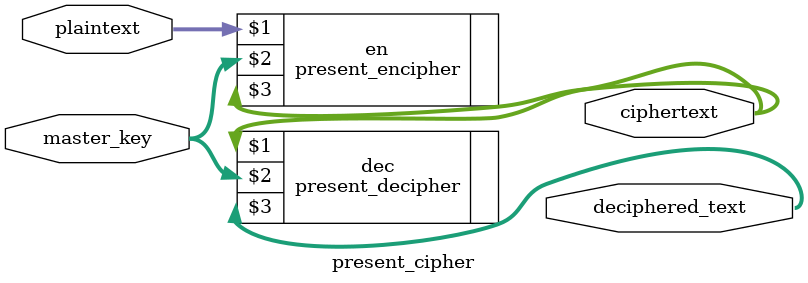
<source format=v>
module present_cipher(plaintext, master_key, ciphertext, deciphered_text);

input [15:0] plaintext;
input [19:0] master_key;

output [15:0] ciphertext, deciphered_text;

present_encipher en(plaintext, master_key, ciphertext);
present_decipher dec(ciphertext, master_key, deciphered_text);

endmodule
</source>
